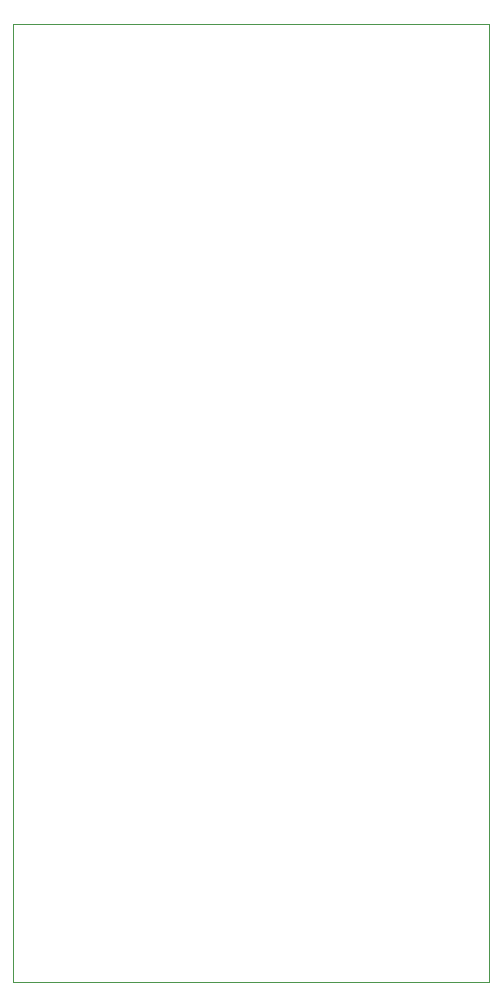
<source format=gm1>
%TF.GenerationSoftware,KiCad,Pcbnew,(6.0.1)*%
%TF.CreationDate,2022-09-27T15:47:34-04:00*%
%TF.ProjectId,SYNTH-VCO-02,53594e54-482d-4564-934f-2d30322e6b69,1*%
%TF.SameCoordinates,Original*%
%TF.FileFunction,Profile,NP*%
%FSLAX46Y46*%
G04 Gerber Fmt 4.6, Leading zero omitted, Abs format (unit mm)*
G04 Created by KiCad (PCBNEW (6.0.1)) date 2022-09-27 15:47:34*
%MOMM*%
%LPD*%
G01*
G04 APERTURE LIST*
%TA.AperFunction,Profile*%
%ADD10C,0.100000*%
%TD*%
G04 APERTURE END LIST*
D10*
X185700000Y-21600000D02*
X226000000Y-21600000D01*
X226000000Y-21600000D02*
X226000000Y-102710000D01*
X226000000Y-102710000D02*
X185700000Y-102710000D01*
X185700000Y-102710000D02*
X185700000Y-21600000D01*
M02*

</source>
